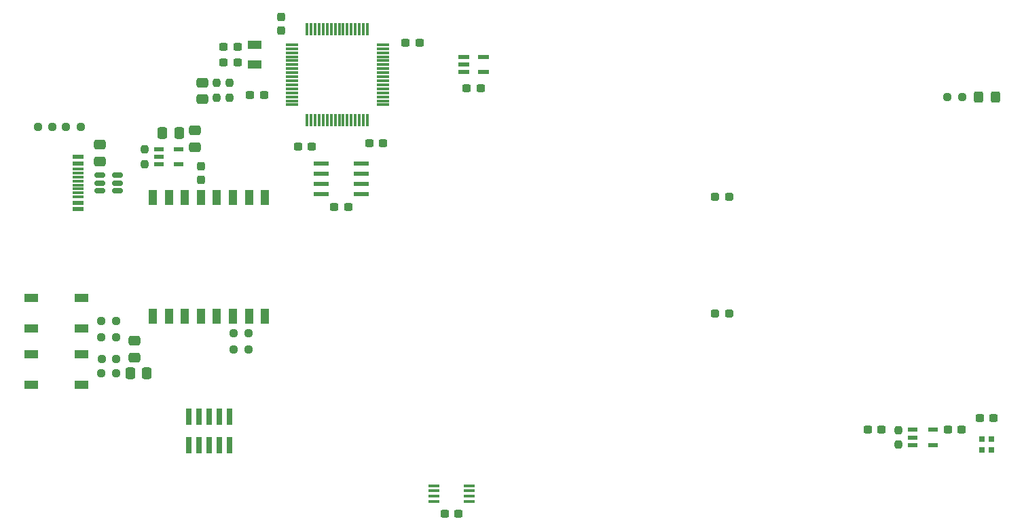
<source format=gbr>
%TF.GenerationSoftware,KiCad,Pcbnew,(5.99.0-12717-g57c7d663b0)*%
%TF.CreationDate,2021-10-15T20:31:15+02:00*%
%TF.ProjectId,Main_PCB,4d61696e-5f50-4434-922e-6b696361645f,rev?*%
%TF.SameCoordinates,Original*%
%TF.FileFunction,Paste,Top*%
%TF.FilePolarity,Positive*%
%FSLAX46Y46*%
G04 Gerber Fmt 4.6, Leading zero omitted, Abs format (unit mm)*
G04 Created by KiCad (PCBNEW (5.99.0-12717-g57c7d663b0)) date 2021-10-15 20:31:15*
%MOMM*%
%LPD*%
G01*
G04 APERTURE LIST*
G04 Aperture macros list*
%AMRoundRect*
0 Rectangle with rounded corners*
0 $1 Rounding radius*
0 $2 $3 $4 $5 $6 $7 $8 $9 X,Y pos of 4 corners*
0 Add a 4 corners polygon primitive as box body*
4,1,4,$2,$3,$4,$5,$6,$7,$8,$9,$2,$3,0*
0 Add four circle primitives for the rounded corners*
1,1,$1+$1,$2,$3*
1,1,$1+$1,$4,$5*
1,1,$1+$1,$6,$7*
1,1,$1+$1,$8,$9*
0 Add four rect primitives between the rounded corners*
20,1,$1+$1,$2,$3,$4,$5,0*
20,1,$1+$1,$4,$5,$6,$7,0*
20,1,$1+$1,$6,$7,$8,$9,0*
20,1,$1+$1,$8,$9,$2,$3,0*%
G04 Aperture macros list end*
%ADD10RoundRect,0.237500X-0.237500X0.250000X-0.237500X-0.250000X0.237500X-0.250000X0.237500X0.250000X0*%
%ADD11RoundRect,0.237500X0.237500X-0.250000X0.237500X0.250000X-0.237500X0.250000X-0.237500X-0.250000X0*%
%ADD12RoundRect,0.250000X-0.475000X0.337500X-0.475000X-0.337500X0.475000X-0.337500X0.475000X0.337500X0*%
%ADD13RoundRect,0.237500X-0.287500X-0.237500X0.287500X-0.237500X0.287500X0.237500X-0.287500X0.237500X0*%
%ADD14RoundRect,0.250000X0.475000X-0.337500X0.475000X0.337500X-0.475000X0.337500X-0.475000X-0.337500X0*%
%ADD15RoundRect,0.150000X0.512500X0.150000X-0.512500X0.150000X-0.512500X-0.150000X0.512500X-0.150000X0*%
%ADD16RoundRect,0.237500X-0.300000X-0.237500X0.300000X-0.237500X0.300000X0.237500X-0.300000X0.237500X0*%
%ADD17RoundRect,0.237500X0.300000X0.237500X-0.300000X0.237500X-0.300000X-0.237500X0.300000X-0.237500X0*%
%ADD18RoundRect,0.237500X-0.250000X-0.237500X0.250000X-0.237500X0.250000X0.237500X-0.250000X0.237500X0*%
%ADD19R,0.760000X2.050000*%
%ADD20R,1.450000X0.600000*%
%ADD21R,1.450000X0.300000*%
%ADD22R,1.700000X1.000000*%
%ADD23RoundRect,0.237500X0.250000X0.237500X-0.250000X0.237500X-0.250000X-0.237500X0.250000X-0.237500X0*%
%ADD24R,1.800000X1.000000*%
%ADD25R,1.400000X0.450000*%
%ADD26R,0.700000X0.750000*%
%ADD27R,1.981200X0.558800*%
%ADD28R,1.400000X0.600000*%
%ADD29RoundRect,0.075000X-0.075000X-0.700000X0.075000X-0.700000X0.075000X0.700000X-0.075000X0.700000X0*%
%ADD30RoundRect,0.075000X-0.700000X-0.075000X0.700000X-0.075000X0.700000X0.075000X-0.700000X0.075000X0*%
%ADD31R,1.200000X0.600000*%
%ADD32RoundRect,0.250000X-0.337500X-0.475000X0.337500X-0.475000X0.337500X0.475000X-0.337500X0.475000X0*%
%ADD33RoundRect,0.237500X-0.237500X0.300000X-0.237500X-0.300000X0.237500X-0.300000X0.237500X0.300000X0*%
%ADD34RoundRect,0.250000X0.325000X0.450000X-0.325000X0.450000X-0.325000X-0.450000X0.325000X-0.450000X0*%
%ADD35R,1.050000X1.950000*%
G04 APERTURE END LIST*
D10*
%TO.C,R13*%
X94000000Y-76287500D03*
X94000000Y-78112500D03*
%TD*%
D11*
%TO.C,R12*%
X95600000Y-78112500D03*
X95600000Y-76287500D03*
%TD*%
D12*
%TO.C,C13*%
X92200000Y-76250000D03*
X92200000Y-78325000D03*
%TD*%
D13*
%TO.C,F2*%
X156125000Y-105000000D03*
X157875000Y-105000000D03*
%TD*%
D14*
%TO.C,C19*%
X79440000Y-86037500D03*
X79440000Y-83962500D03*
%TD*%
D15*
%TO.C,U7*%
X81637500Y-89700000D03*
X81637500Y-88750000D03*
X81637500Y-87800000D03*
X79362500Y-87800000D03*
X79362500Y-88750000D03*
X79362500Y-89700000D03*
%TD*%
D16*
%TO.C,C6*%
X122387500Y-130000000D03*
X124112500Y-130000000D03*
%TD*%
D17*
%TO.C,C8*%
X117525000Y-71250000D03*
X119250000Y-71250000D03*
%TD*%
D18*
%TO.C,R8*%
X79587500Y-112500000D03*
X81412500Y-112500000D03*
%TD*%
%TO.C,R6*%
X79625000Y-110750000D03*
X81450000Y-110750000D03*
%TD*%
D19*
%TO.C,JP1*%
X90480000Y-121500000D03*
X90480000Y-117940000D03*
X91750000Y-121500000D03*
X91750000Y-117940000D03*
X93020000Y-121500000D03*
X93020000Y-117940000D03*
X94290000Y-121500000D03*
X94290000Y-117940000D03*
X95560000Y-121500000D03*
X95560000Y-117940000D03*
%TD*%
D20*
%TO.C,J3*%
X76735000Y-85500000D03*
X76735000Y-86300000D03*
D21*
X76735000Y-87000000D03*
X76735000Y-88000000D03*
X76735000Y-89500000D03*
X76735000Y-90500000D03*
D20*
X76735000Y-91200000D03*
X76735000Y-92000000D03*
X76735000Y-92000000D03*
X76735000Y-91200000D03*
D21*
X76735000Y-90000000D03*
X76735000Y-89000000D03*
X76735000Y-88500000D03*
X76735000Y-87500000D03*
D20*
X76735000Y-86300000D03*
X76735000Y-85500000D03*
%TD*%
D11*
%TO.C,R11*%
X85000000Y-86412500D03*
X85000000Y-84587500D03*
%TD*%
D22*
%TO.C,SW2*%
X77150000Y-103100000D03*
X70850000Y-103100000D03*
X70850000Y-106900000D03*
X77150000Y-106900000D03*
%TD*%
D23*
%TO.C,R10*%
X186892500Y-78015000D03*
X185067500Y-78015000D03*
%TD*%
%TO.C,R5*%
X73515000Y-81750000D03*
X71690000Y-81750000D03*
%TD*%
D24*
%TO.C,Y1*%
X98693750Y-74000000D03*
X98693750Y-71500000D03*
%TD*%
D13*
%TO.C,F1*%
X156125000Y-90500000D03*
X157875000Y-90500000D03*
%TD*%
D22*
%TO.C,SW1*%
X77150000Y-110150000D03*
X70850000Y-110150000D03*
X70850000Y-113950000D03*
X77150000Y-113950000D03*
%TD*%
D25*
%TO.C,IC1*%
X121050000Y-126525000D03*
X121050000Y-127175000D03*
X121050000Y-127825000D03*
X121050000Y-128475000D03*
X125450000Y-128475000D03*
X125450000Y-127825000D03*
X125450000Y-127175000D03*
X125450000Y-126525000D03*
%TD*%
D18*
%TO.C,R2*%
X96087500Y-107500000D03*
X97912500Y-107500000D03*
%TD*%
D16*
%TO.C,C14*%
X175137500Y-119500000D03*
X176862500Y-119500000D03*
%TD*%
D23*
%TO.C,R3*%
X97912500Y-109500000D03*
X96087500Y-109500000D03*
%TD*%
D26*
%TO.C,U1*%
X190600000Y-122018750D03*
X189400000Y-122018750D03*
X189400000Y-120668750D03*
X190600000Y-120668750D03*
%TD*%
D27*
%TO.C,U5*%
X107036200Y-86345000D03*
X107036200Y-87615000D03*
X107036200Y-88885000D03*
X107036200Y-90155000D03*
X111963800Y-90155000D03*
X111963800Y-88885000D03*
X111963800Y-87615000D03*
X111963800Y-86345000D03*
%TD*%
D17*
%TO.C,C15*%
X186862500Y-119500000D03*
X185137500Y-119500000D03*
%TD*%
D28*
%TO.C,IC2*%
X124750000Y-73000000D03*
X124750000Y-73950000D03*
X124750000Y-74900000D03*
X127250000Y-74900000D03*
X127250000Y-73000000D03*
%TD*%
D29*
%TO.C,U4*%
X105250000Y-69575000D03*
X105750000Y-69575000D03*
X106250000Y-69575000D03*
X106750000Y-69575000D03*
X107250000Y-69575000D03*
X107750000Y-69575000D03*
X108250000Y-69575000D03*
X108750000Y-69575000D03*
X109250000Y-69575000D03*
X109750000Y-69575000D03*
X110250000Y-69575000D03*
X110750000Y-69575000D03*
X111250000Y-69575000D03*
X111750000Y-69575000D03*
X112250000Y-69575000D03*
X112750000Y-69575000D03*
D30*
X114675000Y-71500000D03*
X114675000Y-72000000D03*
X114675000Y-72500000D03*
X114675000Y-73000000D03*
X114675000Y-73500000D03*
X114675000Y-74000000D03*
X114675000Y-74500000D03*
X114675000Y-75000000D03*
X114675000Y-75500000D03*
X114675000Y-76000000D03*
X114675000Y-76500000D03*
X114675000Y-77000000D03*
X114675000Y-77500000D03*
X114675000Y-78000000D03*
X114675000Y-78500000D03*
X114675000Y-79000000D03*
D29*
X112750000Y-80925000D03*
X112250000Y-80925000D03*
X111750000Y-80925000D03*
X111250000Y-80925000D03*
X110750000Y-80925000D03*
X110250000Y-80925000D03*
X109750000Y-80925000D03*
X109250000Y-80925000D03*
X108750000Y-80925000D03*
X108250000Y-80925000D03*
X107750000Y-80925000D03*
X107250000Y-80925000D03*
X106750000Y-80925000D03*
X106250000Y-80925000D03*
X105750000Y-80925000D03*
X105250000Y-80925000D03*
D30*
X103325000Y-79000000D03*
X103325000Y-78500000D03*
X103325000Y-78000000D03*
X103325000Y-77500000D03*
X103325000Y-77000000D03*
X103325000Y-76500000D03*
X103325000Y-76000000D03*
X103325000Y-75500000D03*
X103325000Y-75000000D03*
X103325000Y-74500000D03*
X103325000Y-74000000D03*
X103325000Y-73500000D03*
X103325000Y-73000000D03*
X103325000Y-72500000D03*
X103325000Y-72000000D03*
X103325000Y-71500000D03*
%TD*%
D18*
%TO.C,R7*%
X79587500Y-108000000D03*
X81412500Y-108000000D03*
%TD*%
D16*
%TO.C,C9*%
X105862500Y-84250000D03*
X104137500Y-84250000D03*
%TD*%
D17*
%TO.C,C3*%
X94831250Y-71750000D03*
X96556250Y-71750000D03*
%TD*%
D14*
%TO.C,C18*%
X91250000Y-82212500D03*
X91250000Y-84287500D03*
%TD*%
D10*
%TO.C,R1*%
X179000000Y-119587500D03*
X179000000Y-121412500D03*
%TD*%
D16*
%TO.C,C7*%
X190862500Y-118068750D03*
X189137500Y-118068750D03*
%TD*%
D31*
%TO.C,PS1*%
X180750000Y-119550000D03*
X180750000Y-120500000D03*
X180750000Y-121450000D03*
X183250000Y-121450000D03*
X183250000Y-119550000D03*
%TD*%
D32*
%TO.C,C2*%
X83212500Y-112500000D03*
X85287500Y-112500000D03*
%TD*%
D17*
%TO.C,C4*%
X94831250Y-73750000D03*
X96556250Y-73750000D03*
%TD*%
D33*
%TO.C,C1*%
X92000000Y-86637500D03*
X92000000Y-88362500D03*
%TD*%
D16*
%TO.C,C5*%
X108637500Y-91750000D03*
X110362500Y-91750000D03*
%TD*%
D32*
%TO.C,C17*%
X87212500Y-82500000D03*
X89287500Y-82500000D03*
%TD*%
D34*
%TO.C,D1*%
X191050000Y-78000000D03*
X189000000Y-78000000D03*
%TD*%
D23*
%TO.C,R4*%
X77015000Y-81750000D03*
X75190000Y-81750000D03*
%TD*%
D12*
%TO.C,C20*%
X83750000Y-108462500D03*
X83750000Y-110537500D03*
%TD*%
D16*
%TO.C,C10*%
X114750000Y-83750000D03*
X113025000Y-83750000D03*
%TD*%
D18*
%TO.C,R9*%
X79587500Y-106000000D03*
X81412500Y-106000000D03*
%TD*%
D35*
%TO.C,U2*%
X86000000Y-90600000D03*
X88000000Y-90600000D03*
X90000000Y-90600000D03*
X92000000Y-90600000D03*
X94000000Y-90600000D03*
X96000000Y-90600000D03*
X98000000Y-90600000D03*
X100000000Y-90600000D03*
X100000000Y-105400000D03*
X98000000Y-105400000D03*
X96000000Y-105400000D03*
X94000000Y-105400000D03*
X92000000Y-105400000D03*
X90000000Y-105400000D03*
X88000000Y-105400000D03*
X86000000Y-105400000D03*
%TD*%
D16*
%TO.C,C16*%
X125137500Y-76950000D03*
X126862500Y-76950000D03*
%TD*%
D31*
%TO.C,PS2*%
X86750000Y-84550000D03*
X86750000Y-85500000D03*
X86750000Y-86450000D03*
X89250000Y-86450000D03*
X89250000Y-84550000D03*
%TD*%
D16*
%TO.C,C12*%
X99862500Y-77750000D03*
X98137500Y-77750000D03*
%TD*%
D33*
%TO.C,C11*%
X102000000Y-69750000D03*
X102000000Y-68025000D03*
%TD*%
M02*

</source>
